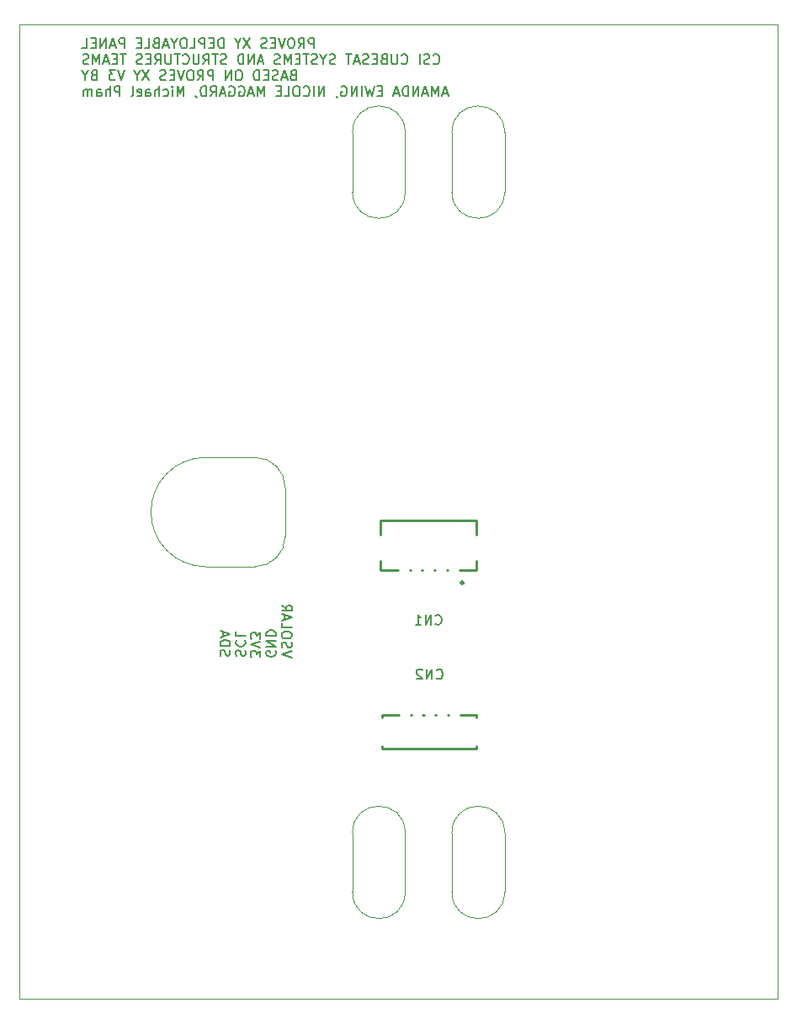
<source format=gbr>
%TF.GenerationSoftware,KiCad,Pcbnew,9.0.0*%
%TF.CreationDate,2025-05-06T20:13:05-04:00*%
%TF.ProjectId,xy_faces_CUpayload_v2,78795f66-6163-4657-935f-43557061796c,3.0*%
%TF.SameCoordinates,Original*%
%TF.FileFunction,Legend,Bot*%
%TF.FilePolarity,Positive*%
%FSLAX46Y46*%
G04 Gerber Fmt 4.6, Leading zero omitted, Abs format (unit mm)*
G04 Created by KiCad (PCBNEW 9.0.0) date 2025-05-06 20:13:05*
%MOMM*%
%LPD*%
G01*
G04 APERTURE LIST*
%ADD10C,0.150000*%
%ADD11C,0.250000*%
%TA.AperFunction,Profile*%
%ADD12C,0.050000*%
%TD*%
%TA.AperFunction,Profile*%
%ADD13C,0.100000*%
%TD*%
G04 APERTURE END LIST*
D10*
X130735180Y-129386666D02*
X129735180Y-129053333D01*
X129735180Y-129053333D02*
X130735180Y-128720000D01*
X129782800Y-128434285D02*
X129735180Y-128291428D01*
X129735180Y-128291428D02*
X129735180Y-128053333D01*
X129735180Y-128053333D02*
X129782800Y-127958095D01*
X129782800Y-127958095D02*
X129830419Y-127910476D01*
X129830419Y-127910476D02*
X129925657Y-127862857D01*
X129925657Y-127862857D02*
X130020895Y-127862857D01*
X130020895Y-127862857D02*
X130116133Y-127910476D01*
X130116133Y-127910476D02*
X130163752Y-127958095D01*
X130163752Y-127958095D02*
X130211371Y-128053333D01*
X130211371Y-128053333D02*
X130258990Y-128243809D01*
X130258990Y-128243809D02*
X130306609Y-128339047D01*
X130306609Y-128339047D02*
X130354228Y-128386666D01*
X130354228Y-128386666D02*
X130449466Y-128434285D01*
X130449466Y-128434285D02*
X130544704Y-128434285D01*
X130544704Y-128434285D02*
X130639942Y-128386666D01*
X130639942Y-128386666D02*
X130687561Y-128339047D01*
X130687561Y-128339047D02*
X130735180Y-128243809D01*
X130735180Y-128243809D02*
X130735180Y-128005714D01*
X130735180Y-128005714D02*
X130687561Y-127862857D01*
X130735180Y-127243809D02*
X130735180Y-127053333D01*
X130735180Y-127053333D02*
X130687561Y-126958095D01*
X130687561Y-126958095D02*
X130592323Y-126862857D01*
X130592323Y-126862857D02*
X130401847Y-126815238D01*
X130401847Y-126815238D02*
X130068514Y-126815238D01*
X130068514Y-126815238D02*
X129878038Y-126862857D01*
X129878038Y-126862857D02*
X129782800Y-126958095D01*
X129782800Y-126958095D02*
X129735180Y-127053333D01*
X129735180Y-127053333D02*
X129735180Y-127243809D01*
X129735180Y-127243809D02*
X129782800Y-127339047D01*
X129782800Y-127339047D02*
X129878038Y-127434285D01*
X129878038Y-127434285D02*
X130068514Y-127481904D01*
X130068514Y-127481904D02*
X130401847Y-127481904D01*
X130401847Y-127481904D02*
X130592323Y-127434285D01*
X130592323Y-127434285D02*
X130687561Y-127339047D01*
X130687561Y-127339047D02*
X130735180Y-127243809D01*
X129735180Y-125910476D02*
X129735180Y-126386666D01*
X129735180Y-126386666D02*
X130735180Y-126386666D01*
X130020895Y-125624761D02*
X130020895Y-125148571D01*
X129735180Y-125719999D02*
X130735180Y-125386666D01*
X130735180Y-125386666D02*
X129735180Y-125053333D01*
X129735180Y-124148571D02*
X130211371Y-124481904D01*
X129735180Y-124719999D02*
X130735180Y-124719999D01*
X130735180Y-124719999D02*
X130735180Y-124339047D01*
X130735180Y-124339047D02*
X130687561Y-124243809D01*
X130687561Y-124243809D02*
X130639942Y-124196190D01*
X130639942Y-124196190D02*
X130544704Y-124148571D01*
X130544704Y-124148571D02*
X130401847Y-124148571D01*
X130401847Y-124148571D02*
X130306609Y-124196190D01*
X130306609Y-124196190D02*
X130258990Y-124243809D01*
X130258990Y-124243809D02*
X130211371Y-124339047D01*
X130211371Y-124339047D02*
X130211371Y-124719999D01*
X132977257Y-68139903D02*
X132977257Y-67139903D01*
X132977257Y-67139903D02*
X132596305Y-67139903D01*
X132596305Y-67139903D02*
X132501067Y-67187522D01*
X132501067Y-67187522D02*
X132453448Y-67235141D01*
X132453448Y-67235141D02*
X132405829Y-67330379D01*
X132405829Y-67330379D02*
X132405829Y-67473236D01*
X132405829Y-67473236D02*
X132453448Y-67568474D01*
X132453448Y-67568474D02*
X132501067Y-67616093D01*
X132501067Y-67616093D02*
X132596305Y-67663712D01*
X132596305Y-67663712D02*
X132977257Y-67663712D01*
X131405829Y-68139903D02*
X131739162Y-67663712D01*
X131977257Y-68139903D02*
X131977257Y-67139903D01*
X131977257Y-67139903D02*
X131596305Y-67139903D01*
X131596305Y-67139903D02*
X131501067Y-67187522D01*
X131501067Y-67187522D02*
X131453448Y-67235141D01*
X131453448Y-67235141D02*
X131405829Y-67330379D01*
X131405829Y-67330379D02*
X131405829Y-67473236D01*
X131405829Y-67473236D02*
X131453448Y-67568474D01*
X131453448Y-67568474D02*
X131501067Y-67616093D01*
X131501067Y-67616093D02*
X131596305Y-67663712D01*
X131596305Y-67663712D02*
X131977257Y-67663712D01*
X130786781Y-67139903D02*
X130596305Y-67139903D01*
X130596305Y-67139903D02*
X130501067Y-67187522D01*
X130501067Y-67187522D02*
X130405829Y-67282760D01*
X130405829Y-67282760D02*
X130358210Y-67473236D01*
X130358210Y-67473236D02*
X130358210Y-67806569D01*
X130358210Y-67806569D02*
X130405829Y-67997045D01*
X130405829Y-67997045D02*
X130501067Y-68092284D01*
X130501067Y-68092284D02*
X130596305Y-68139903D01*
X130596305Y-68139903D02*
X130786781Y-68139903D01*
X130786781Y-68139903D02*
X130882019Y-68092284D01*
X130882019Y-68092284D02*
X130977257Y-67997045D01*
X130977257Y-67997045D02*
X131024876Y-67806569D01*
X131024876Y-67806569D02*
X131024876Y-67473236D01*
X131024876Y-67473236D02*
X130977257Y-67282760D01*
X130977257Y-67282760D02*
X130882019Y-67187522D01*
X130882019Y-67187522D02*
X130786781Y-67139903D01*
X130072495Y-67139903D02*
X129739162Y-68139903D01*
X129739162Y-68139903D02*
X129405829Y-67139903D01*
X129072495Y-67616093D02*
X128739162Y-67616093D01*
X128596305Y-68139903D02*
X129072495Y-68139903D01*
X129072495Y-68139903D02*
X129072495Y-67139903D01*
X129072495Y-67139903D02*
X128596305Y-67139903D01*
X128215352Y-68092284D02*
X128072495Y-68139903D01*
X128072495Y-68139903D02*
X127834400Y-68139903D01*
X127834400Y-68139903D02*
X127739162Y-68092284D01*
X127739162Y-68092284D02*
X127691543Y-68044664D01*
X127691543Y-68044664D02*
X127643924Y-67949426D01*
X127643924Y-67949426D02*
X127643924Y-67854188D01*
X127643924Y-67854188D02*
X127691543Y-67758950D01*
X127691543Y-67758950D02*
X127739162Y-67711331D01*
X127739162Y-67711331D02*
X127834400Y-67663712D01*
X127834400Y-67663712D02*
X128024876Y-67616093D01*
X128024876Y-67616093D02*
X128120114Y-67568474D01*
X128120114Y-67568474D02*
X128167733Y-67520855D01*
X128167733Y-67520855D02*
X128215352Y-67425617D01*
X128215352Y-67425617D02*
X128215352Y-67330379D01*
X128215352Y-67330379D02*
X128167733Y-67235141D01*
X128167733Y-67235141D02*
X128120114Y-67187522D01*
X128120114Y-67187522D02*
X128024876Y-67139903D01*
X128024876Y-67139903D02*
X127786781Y-67139903D01*
X127786781Y-67139903D02*
X127643924Y-67187522D01*
X126548685Y-67139903D02*
X125882019Y-68139903D01*
X125882019Y-67139903D02*
X126548685Y-68139903D01*
X125310590Y-67663712D02*
X125310590Y-68139903D01*
X125643923Y-67139903D02*
X125310590Y-67663712D01*
X125310590Y-67663712D02*
X124977257Y-67139903D01*
X123882018Y-68139903D02*
X123882018Y-67139903D01*
X123882018Y-67139903D02*
X123643923Y-67139903D01*
X123643923Y-67139903D02*
X123501066Y-67187522D01*
X123501066Y-67187522D02*
X123405828Y-67282760D01*
X123405828Y-67282760D02*
X123358209Y-67377998D01*
X123358209Y-67377998D02*
X123310590Y-67568474D01*
X123310590Y-67568474D02*
X123310590Y-67711331D01*
X123310590Y-67711331D02*
X123358209Y-67901807D01*
X123358209Y-67901807D02*
X123405828Y-67997045D01*
X123405828Y-67997045D02*
X123501066Y-68092284D01*
X123501066Y-68092284D02*
X123643923Y-68139903D01*
X123643923Y-68139903D02*
X123882018Y-68139903D01*
X122882018Y-67616093D02*
X122548685Y-67616093D01*
X122405828Y-68139903D02*
X122882018Y-68139903D01*
X122882018Y-68139903D02*
X122882018Y-67139903D01*
X122882018Y-67139903D02*
X122405828Y-67139903D01*
X121977256Y-68139903D02*
X121977256Y-67139903D01*
X121977256Y-67139903D02*
X121596304Y-67139903D01*
X121596304Y-67139903D02*
X121501066Y-67187522D01*
X121501066Y-67187522D02*
X121453447Y-67235141D01*
X121453447Y-67235141D02*
X121405828Y-67330379D01*
X121405828Y-67330379D02*
X121405828Y-67473236D01*
X121405828Y-67473236D02*
X121453447Y-67568474D01*
X121453447Y-67568474D02*
X121501066Y-67616093D01*
X121501066Y-67616093D02*
X121596304Y-67663712D01*
X121596304Y-67663712D02*
X121977256Y-67663712D01*
X120501066Y-68139903D02*
X120977256Y-68139903D01*
X120977256Y-68139903D02*
X120977256Y-67139903D01*
X119977256Y-67139903D02*
X119786780Y-67139903D01*
X119786780Y-67139903D02*
X119691542Y-67187522D01*
X119691542Y-67187522D02*
X119596304Y-67282760D01*
X119596304Y-67282760D02*
X119548685Y-67473236D01*
X119548685Y-67473236D02*
X119548685Y-67806569D01*
X119548685Y-67806569D02*
X119596304Y-67997045D01*
X119596304Y-67997045D02*
X119691542Y-68092284D01*
X119691542Y-68092284D02*
X119786780Y-68139903D01*
X119786780Y-68139903D02*
X119977256Y-68139903D01*
X119977256Y-68139903D02*
X120072494Y-68092284D01*
X120072494Y-68092284D02*
X120167732Y-67997045D01*
X120167732Y-67997045D02*
X120215351Y-67806569D01*
X120215351Y-67806569D02*
X120215351Y-67473236D01*
X120215351Y-67473236D02*
X120167732Y-67282760D01*
X120167732Y-67282760D02*
X120072494Y-67187522D01*
X120072494Y-67187522D02*
X119977256Y-67139903D01*
X118929637Y-67663712D02*
X118929637Y-68139903D01*
X119262970Y-67139903D02*
X118929637Y-67663712D01*
X118929637Y-67663712D02*
X118596304Y-67139903D01*
X118310589Y-67854188D02*
X117834399Y-67854188D01*
X118405827Y-68139903D02*
X118072494Y-67139903D01*
X118072494Y-67139903D02*
X117739161Y-68139903D01*
X117072494Y-67616093D02*
X116929637Y-67663712D01*
X116929637Y-67663712D02*
X116882018Y-67711331D01*
X116882018Y-67711331D02*
X116834399Y-67806569D01*
X116834399Y-67806569D02*
X116834399Y-67949426D01*
X116834399Y-67949426D02*
X116882018Y-68044664D01*
X116882018Y-68044664D02*
X116929637Y-68092284D01*
X116929637Y-68092284D02*
X117024875Y-68139903D01*
X117024875Y-68139903D02*
X117405827Y-68139903D01*
X117405827Y-68139903D02*
X117405827Y-67139903D01*
X117405827Y-67139903D02*
X117072494Y-67139903D01*
X117072494Y-67139903D02*
X116977256Y-67187522D01*
X116977256Y-67187522D02*
X116929637Y-67235141D01*
X116929637Y-67235141D02*
X116882018Y-67330379D01*
X116882018Y-67330379D02*
X116882018Y-67425617D01*
X116882018Y-67425617D02*
X116929637Y-67520855D01*
X116929637Y-67520855D02*
X116977256Y-67568474D01*
X116977256Y-67568474D02*
X117072494Y-67616093D01*
X117072494Y-67616093D02*
X117405827Y-67616093D01*
X115929637Y-68139903D02*
X116405827Y-68139903D01*
X116405827Y-68139903D02*
X116405827Y-67139903D01*
X115596303Y-67616093D02*
X115262970Y-67616093D01*
X115120113Y-68139903D02*
X115596303Y-68139903D01*
X115596303Y-68139903D02*
X115596303Y-67139903D01*
X115596303Y-67139903D02*
X115120113Y-67139903D01*
X113929636Y-68139903D02*
X113929636Y-67139903D01*
X113929636Y-67139903D02*
X113548684Y-67139903D01*
X113548684Y-67139903D02*
X113453446Y-67187522D01*
X113453446Y-67187522D02*
X113405827Y-67235141D01*
X113405827Y-67235141D02*
X113358208Y-67330379D01*
X113358208Y-67330379D02*
X113358208Y-67473236D01*
X113358208Y-67473236D02*
X113405827Y-67568474D01*
X113405827Y-67568474D02*
X113453446Y-67616093D01*
X113453446Y-67616093D02*
X113548684Y-67663712D01*
X113548684Y-67663712D02*
X113929636Y-67663712D01*
X112977255Y-67854188D02*
X112501065Y-67854188D01*
X113072493Y-68139903D02*
X112739160Y-67139903D01*
X112739160Y-67139903D02*
X112405827Y-68139903D01*
X112072493Y-68139903D02*
X112072493Y-67139903D01*
X112072493Y-67139903D02*
X111501065Y-68139903D01*
X111501065Y-68139903D02*
X111501065Y-67139903D01*
X111024874Y-67616093D02*
X110691541Y-67616093D01*
X110548684Y-68139903D02*
X111024874Y-68139903D01*
X111024874Y-68139903D02*
X111024874Y-67139903D01*
X111024874Y-67139903D02*
X110548684Y-67139903D01*
X109643922Y-68139903D02*
X110120112Y-68139903D01*
X110120112Y-68139903D02*
X110120112Y-67139903D01*
X144977258Y-69654608D02*
X145024877Y-69702228D01*
X145024877Y-69702228D02*
X145167734Y-69749847D01*
X145167734Y-69749847D02*
X145262972Y-69749847D01*
X145262972Y-69749847D02*
X145405829Y-69702228D01*
X145405829Y-69702228D02*
X145501067Y-69606989D01*
X145501067Y-69606989D02*
X145548686Y-69511751D01*
X145548686Y-69511751D02*
X145596305Y-69321275D01*
X145596305Y-69321275D02*
X145596305Y-69178418D01*
X145596305Y-69178418D02*
X145548686Y-68987942D01*
X145548686Y-68987942D02*
X145501067Y-68892704D01*
X145501067Y-68892704D02*
X145405829Y-68797466D01*
X145405829Y-68797466D02*
X145262972Y-68749847D01*
X145262972Y-68749847D02*
X145167734Y-68749847D01*
X145167734Y-68749847D02*
X145024877Y-68797466D01*
X145024877Y-68797466D02*
X144977258Y-68845085D01*
X144596305Y-69702228D02*
X144453448Y-69749847D01*
X144453448Y-69749847D02*
X144215353Y-69749847D01*
X144215353Y-69749847D02*
X144120115Y-69702228D01*
X144120115Y-69702228D02*
X144072496Y-69654608D01*
X144072496Y-69654608D02*
X144024877Y-69559370D01*
X144024877Y-69559370D02*
X144024877Y-69464132D01*
X144024877Y-69464132D02*
X144072496Y-69368894D01*
X144072496Y-69368894D02*
X144120115Y-69321275D01*
X144120115Y-69321275D02*
X144215353Y-69273656D01*
X144215353Y-69273656D02*
X144405829Y-69226037D01*
X144405829Y-69226037D02*
X144501067Y-69178418D01*
X144501067Y-69178418D02*
X144548686Y-69130799D01*
X144548686Y-69130799D02*
X144596305Y-69035561D01*
X144596305Y-69035561D02*
X144596305Y-68940323D01*
X144596305Y-68940323D02*
X144548686Y-68845085D01*
X144548686Y-68845085D02*
X144501067Y-68797466D01*
X144501067Y-68797466D02*
X144405829Y-68749847D01*
X144405829Y-68749847D02*
X144167734Y-68749847D01*
X144167734Y-68749847D02*
X144024877Y-68797466D01*
X143596305Y-69749847D02*
X143596305Y-68749847D01*
X141786782Y-69654608D02*
X141834401Y-69702228D01*
X141834401Y-69702228D02*
X141977258Y-69749847D01*
X141977258Y-69749847D02*
X142072496Y-69749847D01*
X142072496Y-69749847D02*
X142215353Y-69702228D01*
X142215353Y-69702228D02*
X142310591Y-69606989D01*
X142310591Y-69606989D02*
X142358210Y-69511751D01*
X142358210Y-69511751D02*
X142405829Y-69321275D01*
X142405829Y-69321275D02*
X142405829Y-69178418D01*
X142405829Y-69178418D02*
X142358210Y-68987942D01*
X142358210Y-68987942D02*
X142310591Y-68892704D01*
X142310591Y-68892704D02*
X142215353Y-68797466D01*
X142215353Y-68797466D02*
X142072496Y-68749847D01*
X142072496Y-68749847D02*
X141977258Y-68749847D01*
X141977258Y-68749847D02*
X141834401Y-68797466D01*
X141834401Y-68797466D02*
X141786782Y-68845085D01*
X141358210Y-68749847D02*
X141358210Y-69559370D01*
X141358210Y-69559370D02*
X141310591Y-69654608D01*
X141310591Y-69654608D02*
X141262972Y-69702228D01*
X141262972Y-69702228D02*
X141167734Y-69749847D01*
X141167734Y-69749847D02*
X140977258Y-69749847D01*
X140977258Y-69749847D02*
X140882020Y-69702228D01*
X140882020Y-69702228D02*
X140834401Y-69654608D01*
X140834401Y-69654608D02*
X140786782Y-69559370D01*
X140786782Y-69559370D02*
X140786782Y-68749847D01*
X139977258Y-69226037D02*
X139834401Y-69273656D01*
X139834401Y-69273656D02*
X139786782Y-69321275D01*
X139786782Y-69321275D02*
X139739163Y-69416513D01*
X139739163Y-69416513D02*
X139739163Y-69559370D01*
X139739163Y-69559370D02*
X139786782Y-69654608D01*
X139786782Y-69654608D02*
X139834401Y-69702228D01*
X139834401Y-69702228D02*
X139929639Y-69749847D01*
X139929639Y-69749847D02*
X140310591Y-69749847D01*
X140310591Y-69749847D02*
X140310591Y-68749847D01*
X140310591Y-68749847D02*
X139977258Y-68749847D01*
X139977258Y-68749847D02*
X139882020Y-68797466D01*
X139882020Y-68797466D02*
X139834401Y-68845085D01*
X139834401Y-68845085D02*
X139786782Y-68940323D01*
X139786782Y-68940323D02*
X139786782Y-69035561D01*
X139786782Y-69035561D02*
X139834401Y-69130799D01*
X139834401Y-69130799D02*
X139882020Y-69178418D01*
X139882020Y-69178418D02*
X139977258Y-69226037D01*
X139977258Y-69226037D02*
X140310591Y-69226037D01*
X139310591Y-69226037D02*
X138977258Y-69226037D01*
X138834401Y-69749847D02*
X139310591Y-69749847D01*
X139310591Y-69749847D02*
X139310591Y-68749847D01*
X139310591Y-68749847D02*
X138834401Y-68749847D01*
X138453448Y-69702228D02*
X138310591Y-69749847D01*
X138310591Y-69749847D02*
X138072496Y-69749847D01*
X138072496Y-69749847D02*
X137977258Y-69702228D01*
X137977258Y-69702228D02*
X137929639Y-69654608D01*
X137929639Y-69654608D02*
X137882020Y-69559370D01*
X137882020Y-69559370D02*
X137882020Y-69464132D01*
X137882020Y-69464132D02*
X137929639Y-69368894D01*
X137929639Y-69368894D02*
X137977258Y-69321275D01*
X137977258Y-69321275D02*
X138072496Y-69273656D01*
X138072496Y-69273656D02*
X138262972Y-69226037D01*
X138262972Y-69226037D02*
X138358210Y-69178418D01*
X138358210Y-69178418D02*
X138405829Y-69130799D01*
X138405829Y-69130799D02*
X138453448Y-69035561D01*
X138453448Y-69035561D02*
X138453448Y-68940323D01*
X138453448Y-68940323D02*
X138405829Y-68845085D01*
X138405829Y-68845085D02*
X138358210Y-68797466D01*
X138358210Y-68797466D02*
X138262972Y-68749847D01*
X138262972Y-68749847D02*
X138024877Y-68749847D01*
X138024877Y-68749847D02*
X137882020Y-68797466D01*
X137501067Y-69464132D02*
X137024877Y-69464132D01*
X137596305Y-69749847D02*
X137262972Y-68749847D01*
X137262972Y-68749847D02*
X136929639Y-69749847D01*
X136739162Y-68749847D02*
X136167734Y-68749847D01*
X136453448Y-69749847D02*
X136453448Y-68749847D01*
X135120114Y-69702228D02*
X134977257Y-69749847D01*
X134977257Y-69749847D02*
X134739162Y-69749847D01*
X134739162Y-69749847D02*
X134643924Y-69702228D01*
X134643924Y-69702228D02*
X134596305Y-69654608D01*
X134596305Y-69654608D02*
X134548686Y-69559370D01*
X134548686Y-69559370D02*
X134548686Y-69464132D01*
X134548686Y-69464132D02*
X134596305Y-69368894D01*
X134596305Y-69368894D02*
X134643924Y-69321275D01*
X134643924Y-69321275D02*
X134739162Y-69273656D01*
X134739162Y-69273656D02*
X134929638Y-69226037D01*
X134929638Y-69226037D02*
X135024876Y-69178418D01*
X135024876Y-69178418D02*
X135072495Y-69130799D01*
X135072495Y-69130799D02*
X135120114Y-69035561D01*
X135120114Y-69035561D02*
X135120114Y-68940323D01*
X135120114Y-68940323D02*
X135072495Y-68845085D01*
X135072495Y-68845085D02*
X135024876Y-68797466D01*
X135024876Y-68797466D02*
X134929638Y-68749847D01*
X134929638Y-68749847D02*
X134691543Y-68749847D01*
X134691543Y-68749847D02*
X134548686Y-68797466D01*
X133929638Y-69273656D02*
X133929638Y-69749847D01*
X134262971Y-68749847D02*
X133929638Y-69273656D01*
X133929638Y-69273656D02*
X133596305Y-68749847D01*
X133310590Y-69702228D02*
X133167733Y-69749847D01*
X133167733Y-69749847D02*
X132929638Y-69749847D01*
X132929638Y-69749847D02*
X132834400Y-69702228D01*
X132834400Y-69702228D02*
X132786781Y-69654608D01*
X132786781Y-69654608D02*
X132739162Y-69559370D01*
X132739162Y-69559370D02*
X132739162Y-69464132D01*
X132739162Y-69464132D02*
X132786781Y-69368894D01*
X132786781Y-69368894D02*
X132834400Y-69321275D01*
X132834400Y-69321275D02*
X132929638Y-69273656D01*
X132929638Y-69273656D02*
X133120114Y-69226037D01*
X133120114Y-69226037D02*
X133215352Y-69178418D01*
X133215352Y-69178418D02*
X133262971Y-69130799D01*
X133262971Y-69130799D02*
X133310590Y-69035561D01*
X133310590Y-69035561D02*
X133310590Y-68940323D01*
X133310590Y-68940323D02*
X133262971Y-68845085D01*
X133262971Y-68845085D02*
X133215352Y-68797466D01*
X133215352Y-68797466D02*
X133120114Y-68749847D01*
X133120114Y-68749847D02*
X132882019Y-68749847D01*
X132882019Y-68749847D02*
X132739162Y-68797466D01*
X132453447Y-68749847D02*
X131882019Y-68749847D01*
X132167733Y-69749847D02*
X132167733Y-68749847D01*
X131548685Y-69226037D02*
X131215352Y-69226037D01*
X131072495Y-69749847D02*
X131548685Y-69749847D01*
X131548685Y-69749847D02*
X131548685Y-68749847D01*
X131548685Y-68749847D02*
X131072495Y-68749847D01*
X130643923Y-69749847D02*
X130643923Y-68749847D01*
X130643923Y-68749847D02*
X130310590Y-69464132D01*
X130310590Y-69464132D02*
X129977257Y-68749847D01*
X129977257Y-68749847D02*
X129977257Y-69749847D01*
X129548685Y-69702228D02*
X129405828Y-69749847D01*
X129405828Y-69749847D02*
X129167733Y-69749847D01*
X129167733Y-69749847D02*
X129072495Y-69702228D01*
X129072495Y-69702228D02*
X129024876Y-69654608D01*
X129024876Y-69654608D02*
X128977257Y-69559370D01*
X128977257Y-69559370D02*
X128977257Y-69464132D01*
X128977257Y-69464132D02*
X129024876Y-69368894D01*
X129024876Y-69368894D02*
X129072495Y-69321275D01*
X129072495Y-69321275D02*
X129167733Y-69273656D01*
X129167733Y-69273656D02*
X129358209Y-69226037D01*
X129358209Y-69226037D02*
X129453447Y-69178418D01*
X129453447Y-69178418D02*
X129501066Y-69130799D01*
X129501066Y-69130799D02*
X129548685Y-69035561D01*
X129548685Y-69035561D02*
X129548685Y-68940323D01*
X129548685Y-68940323D02*
X129501066Y-68845085D01*
X129501066Y-68845085D02*
X129453447Y-68797466D01*
X129453447Y-68797466D02*
X129358209Y-68749847D01*
X129358209Y-68749847D02*
X129120114Y-68749847D01*
X129120114Y-68749847D02*
X128977257Y-68797466D01*
X127834399Y-69464132D02*
X127358209Y-69464132D01*
X127929637Y-69749847D02*
X127596304Y-68749847D01*
X127596304Y-68749847D02*
X127262971Y-69749847D01*
X126929637Y-69749847D02*
X126929637Y-68749847D01*
X126929637Y-68749847D02*
X126358209Y-69749847D01*
X126358209Y-69749847D02*
X126358209Y-68749847D01*
X125882018Y-69749847D02*
X125882018Y-68749847D01*
X125882018Y-68749847D02*
X125643923Y-68749847D01*
X125643923Y-68749847D02*
X125501066Y-68797466D01*
X125501066Y-68797466D02*
X125405828Y-68892704D01*
X125405828Y-68892704D02*
X125358209Y-68987942D01*
X125358209Y-68987942D02*
X125310590Y-69178418D01*
X125310590Y-69178418D02*
X125310590Y-69321275D01*
X125310590Y-69321275D02*
X125358209Y-69511751D01*
X125358209Y-69511751D02*
X125405828Y-69606989D01*
X125405828Y-69606989D02*
X125501066Y-69702228D01*
X125501066Y-69702228D02*
X125643923Y-69749847D01*
X125643923Y-69749847D02*
X125882018Y-69749847D01*
X124167732Y-69702228D02*
X124024875Y-69749847D01*
X124024875Y-69749847D02*
X123786780Y-69749847D01*
X123786780Y-69749847D02*
X123691542Y-69702228D01*
X123691542Y-69702228D02*
X123643923Y-69654608D01*
X123643923Y-69654608D02*
X123596304Y-69559370D01*
X123596304Y-69559370D02*
X123596304Y-69464132D01*
X123596304Y-69464132D02*
X123643923Y-69368894D01*
X123643923Y-69368894D02*
X123691542Y-69321275D01*
X123691542Y-69321275D02*
X123786780Y-69273656D01*
X123786780Y-69273656D02*
X123977256Y-69226037D01*
X123977256Y-69226037D02*
X124072494Y-69178418D01*
X124072494Y-69178418D02*
X124120113Y-69130799D01*
X124120113Y-69130799D02*
X124167732Y-69035561D01*
X124167732Y-69035561D02*
X124167732Y-68940323D01*
X124167732Y-68940323D02*
X124120113Y-68845085D01*
X124120113Y-68845085D02*
X124072494Y-68797466D01*
X124072494Y-68797466D02*
X123977256Y-68749847D01*
X123977256Y-68749847D02*
X123739161Y-68749847D01*
X123739161Y-68749847D02*
X123596304Y-68797466D01*
X123310589Y-68749847D02*
X122739161Y-68749847D01*
X123024875Y-69749847D02*
X123024875Y-68749847D01*
X121834399Y-69749847D02*
X122167732Y-69273656D01*
X122405827Y-69749847D02*
X122405827Y-68749847D01*
X122405827Y-68749847D02*
X122024875Y-68749847D01*
X122024875Y-68749847D02*
X121929637Y-68797466D01*
X121929637Y-68797466D02*
X121882018Y-68845085D01*
X121882018Y-68845085D02*
X121834399Y-68940323D01*
X121834399Y-68940323D02*
X121834399Y-69083180D01*
X121834399Y-69083180D02*
X121882018Y-69178418D01*
X121882018Y-69178418D02*
X121929637Y-69226037D01*
X121929637Y-69226037D02*
X122024875Y-69273656D01*
X122024875Y-69273656D02*
X122405827Y-69273656D01*
X121405827Y-68749847D02*
X121405827Y-69559370D01*
X121405827Y-69559370D02*
X121358208Y-69654608D01*
X121358208Y-69654608D02*
X121310589Y-69702228D01*
X121310589Y-69702228D02*
X121215351Y-69749847D01*
X121215351Y-69749847D02*
X121024875Y-69749847D01*
X121024875Y-69749847D02*
X120929637Y-69702228D01*
X120929637Y-69702228D02*
X120882018Y-69654608D01*
X120882018Y-69654608D02*
X120834399Y-69559370D01*
X120834399Y-69559370D02*
X120834399Y-68749847D01*
X119786780Y-69654608D02*
X119834399Y-69702228D01*
X119834399Y-69702228D02*
X119977256Y-69749847D01*
X119977256Y-69749847D02*
X120072494Y-69749847D01*
X120072494Y-69749847D02*
X120215351Y-69702228D01*
X120215351Y-69702228D02*
X120310589Y-69606989D01*
X120310589Y-69606989D02*
X120358208Y-69511751D01*
X120358208Y-69511751D02*
X120405827Y-69321275D01*
X120405827Y-69321275D02*
X120405827Y-69178418D01*
X120405827Y-69178418D02*
X120358208Y-68987942D01*
X120358208Y-68987942D02*
X120310589Y-68892704D01*
X120310589Y-68892704D02*
X120215351Y-68797466D01*
X120215351Y-68797466D02*
X120072494Y-68749847D01*
X120072494Y-68749847D02*
X119977256Y-68749847D01*
X119977256Y-68749847D02*
X119834399Y-68797466D01*
X119834399Y-68797466D02*
X119786780Y-68845085D01*
X119501065Y-68749847D02*
X118929637Y-68749847D01*
X119215351Y-69749847D02*
X119215351Y-68749847D01*
X118596303Y-68749847D02*
X118596303Y-69559370D01*
X118596303Y-69559370D02*
X118548684Y-69654608D01*
X118548684Y-69654608D02*
X118501065Y-69702228D01*
X118501065Y-69702228D02*
X118405827Y-69749847D01*
X118405827Y-69749847D02*
X118215351Y-69749847D01*
X118215351Y-69749847D02*
X118120113Y-69702228D01*
X118120113Y-69702228D02*
X118072494Y-69654608D01*
X118072494Y-69654608D02*
X118024875Y-69559370D01*
X118024875Y-69559370D02*
X118024875Y-68749847D01*
X116977256Y-69749847D02*
X117310589Y-69273656D01*
X117548684Y-69749847D02*
X117548684Y-68749847D01*
X117548684Y-68749847D02*
X117167732Y-68749847D01*
X117167732Y-68749847D02*
X117072494Y-68797466D01*
X117072494Y-68797466D02*
X117024875Y-68845085D01*
X117024875Y-68845085D02*
X116977256Y-68940323D01*
X116977256Y-68940323D02*
X116977256Y-69083180D01*
X116977256Y-69083180D02*
X117024875Y-69178418D01*
X117024875Y-69178418D02*
X117072494Y-69226037D01*
X117072494Y-69226037D02*
X117167732Y-69273656D01*
X117167732Y-69273656D02*
X117548684Y-69273656D01*
X116548684Y-69226037D02*
X116215351Y-69226037D01*
X116072494Y-69749847D02*
X116548684Y-69749847D01*
X116548684Y-69749847D02*
X116548684Y-68749847D01*
X116548684Y-68749847D02*
X116072494Y-68749847D01*
X115691541Y-69702228D02*
X115548684Y-69749847D01*
X115548684Y-69749847D02*
X115310589Y-69749847D01*
X115310589Y-69749847D02*
X115215351Y-69702228D01*
X115215351Y-69702228D02*
X115167732Y-69654608D01*
X115167732Y-69654608D02*
X115120113Y-69559370D01*
X115120113Y-69559370D02*
X115120113Y-69464132D01*
X115120113Y-69464132D02*
X115167732Y-69368894D01*
X115167732Y-69368894D02*
X115215351Y-69321275D01*
X115215351Y-69321275D02*
X115310589Y-69273656D01*
X115310589Y-69273656D02*
X115501065Y-69226037D01*
X115501065Y-69226037D02*
X115596303Y-69178418D01*
X115596303Y-69178418D02*
X115643922Y-69130799D01*
X115643922Y-69130799D02*
X115691541Y-69035561D01*
X115691541Y-69035561D02*
X115691541Y-68940323D01*
X115691541Y-68940323D02*
X115643922Y-68845085D01*
X115643922Y-68845085D02*
X115596303Y-68797466D01*
X115596303Y-68797466D02*
X115501065Y-68749847D01*
X115501065Y-68749847D02*
X115262970Y-68749847D01*
X115262970Y-68749847D02*
X115120113Y-68797466D01*
X114072493Y-68749847D02*
X113501065Y-68749847D01*
X113786779Y-69749847D02*
X113786779Y-68749847D01*
X113167731Y-69226037D02*
X112834398Y-69226037D01*
X112691541Y-69749847D02*
X113167731Y-69749847D01*
X113167731Y-69749847D02*
X113167731Y-68749847D01*
X113167731Y-68749847D02*
X112691541Y-68749847D01*
X112310588Y-69464132D02*
X111834398Y-69464132D01*
X112405826Y-69749847D02*
X112072493Y-68749847D01*
X112072493Y-68749847D02*
X111739160Y-69749847D01*
X111405826Y-69749847D02*
X111405826Y-68749847D01*
X111405826Y-68749847D02*
X111072493Y-69464132D01*
X111072493Y-69464132D02*
X110739160Y-68749847D01*
X110739160Y-68749847D02*
X110739160Y-69749847D01*
X110310588Y-69702228D02*
X110167731Y-69749847D01*
X110167731Y-69749847D02*
X109929636Y-69749847D01*
X109929636Y-69749847D02*
X109834398Y-69702228D01*
X109834398Y-69702228D02*
X109786779Y-69654608D01*
X109786779Y-69654608D02*
X109739160Y-69559370D01*
X109739160Y-69559370D02*
X109739160Y-69464132D01*
X109739160Y-69464132D02*
X109786779Y-69368894D01*
X109786779Y-69368894D02*
X109834398Y-69321275D01*
X109834398Y-69321275D02*
X109929636Y-69273656D01*
X109929636Y-69273656D02*
X110120112Y-69226037D01*
X110120112Y-69226037D02*
X110215350Y-69178418D01*
X110215350Y-69178418D02*
X110262969Y-69130799D01*
X110262969Y-69130799D02*
X110310588Y-69035561D01*
X110310588Y-69035561D02*
X110310588Y-68940323D01*
X110310588Y-68940323D02*
X110262969Y-68845085D01*
X110262969Y-68845085D02*
X110215350Y-68797466D01*
X110215350Y-68797466D02*
X110120112Y-68749847D01*
X110120112Y-68749847D02*
X109882017Y-68749847D01*
X109882017Y-68749847D02*
X109739160Y-68797466D01*
X130834400Y-70835981D02*
X130691543Y-70883600D01*
X130691543Y-70883600D02*
X130643924Y-70931219D01*
X130643924Y-70931219D02*
X130596305Y-71026457D01*
X130596305Y-71026457D02*
X130596305Y-71169314D01*
X130596305Y-71169314D02*
X130643924Y-71264552D01*
X130643924Y-71264552D02*
X130691543Y-71312172D01*
X130691543Y-71312172D02*
X130786781Y-71359791D01*
X130786781Y-71359791D02*
X131167733Y-71359791D01*
X131167733Y-71359791D02*
X131167733Y-70359791D01*
X131167733Y-70359791D02*
X130834400Y-70359791D01*
X130834400Y-70359791D02*
X130739162Y-70407410D01*
X130739162Y-70407410D02*
X130691543Y-70455029D01*
X130691543Y-70455029D02*
X130643924Y-70550267D01*
X130643924Y-70550267D02*
X130643924Y-70645505D01*
X130643924Y-70645505D02*
X130691543Y-70740743D01*
X130691543Y-70740743D02*
X130739162Y-70788362D01*
X130739162Y-70788362D02*
X130834400Y-70835981D01*
X130834400Y-70835981D02*
X131167733Y-70835981D01*
X130215352Y-71074076D02*
X129739162Y-71074076D01*
X130310590Y-71359791D02*
X129977257Y-70359791D01*
X129977257Y-70359791D02*
X129643924Y-71359791D01*
X129358209Y-71312172D02*
X129215352Y-71359791D01*
X129215352Y-71359791D02*
X128977257Y-71359791D01*
X128977257Y-71359791D02*
X128882019Y-71312172D01*
X128882019Y-71312172D02*
X128834400Y-71264552D01*
X128834400Y-71264552D02*
X128786781Y-71169314D01*
X128786781Y-71169314D02*
X128786781Y-71074076D01*
X128786781Y-71074076D02*
X128834400Y-70978838D01*
X128834400Y-70978838D02*
X128882019Y-70931219D01*
X128882019Y-70931219D02*
X128977257Y-70883600D01*
X128977257Y-70883600D02*
X129167733Y-70835981D01*
X129167733Y-70835981D02*
X129262971Y-70788362D01*
X129262971Y-70788362D02*
X129310590Y-70740743D01*
X129310590Y-70740743D02*
X129358209Y-70645505D01*
X129358209Y-70645505D02*
X129358209Y-70550267D01*
X129358209Y-70550267D02*
X129310590Y-70455029D01*
X129310590Y-70455029D02*
X129262971Y-70407410D01*
X129262971Y-70407410D02*
X129167733Y-70359791D01*
X129167733Y-70359791D02*
X128929638Y-70359791D01*
X128929638Y-70359791D02*
X128786781Y-70407410D01*
X128358209Y-70835981D02*
X128024876Y-70835981D01*
X127882019Y-71359791D02*
X128358209Y-71359791D01*
X128358209Y-71359791D02*
X128358209Y-70359791D01*
X128358209Y-70359791D02*
X127882019Y-70359791D01*
X127453447Y-71359791D02*
X127453447Y-70359791D01*
X127453447Y-70359791D02*
X127215352Y-70359791D01*
X127215352Y-70359791D02*
X127072495Y-70407410D01*
X127072495Y-70407410D02*
X126977257Y-70502648D01*
X126977257Y-70502648D02*
X126929638Y-70597886D01*
X126929638Y-70597886D02*
X126882019Y-70788362D01*
X126882019Y-70788362D02*
X126882019Y-70931219D01*
X126882019Y-70931219D02*
X126929638Y-71121695D01*
X126929638Y-71121695D02*
X126977257Y-71216933D01*
X126977257Y-71216933D02*
X127072495Y-71312172D01*
X127072495Y-71312172D02*
X127215352Y-71359791D01*
X127215352Y-71359791D02*
X127453447Y-71359791D01*
X125501066Y-70359791D02*
X125310590Y-70359791D01*
X125310590Y-70359791D02*
X125215352Y-70407410D01*
X125215352Y-70407410D02*
X125120114Y-70502648D01*
X125120114Y-70502648D02*
X125072495Y-70693124D01*
X125072495Y-70693124D02*
X125072495Y-71026457D01*
X125072495Y-71026457D02*
X125120114Y-71216933D01*
X125120114Y-71216933D02*
X125215352Y-71312172D01*
X125215352Y-71312172D02*
X125310590Y-71359791D01*
X125310590Y-71359791D02*
X125501066Y-71359791D01*
X125501066Y-71359791D02*
X125596304Y-71312172D01*
X125596304Y-71312172D02*
X125691542Y-71216933D01*
X125691542Y-71216933D02*
X125739161Y-71026457D01*
X125739161Y-71026457D02*
X125739161Y-70693124D01*
X125739161Y-70693124D02*
X125691542Y-70502648D01*
X125691542Y-70502648D02*
X125596304Y-70407410D01*
X125596304Y-70407410D02*
X125501066Y-70359791D01*
X124643923Y-71359791D02*
X124643923Y-70359791D01*
X124643923Y-70359791D02*
X124072495Y-71359791D01*
X124072495Y-71359791D02*
X124072495Y-70359791D01*
X122834399Y-71359791D02*
X122834399Y-70359791D01*
X122834399Y-70359791D02*
X122453447Y-70359791D01*
X122453447Y-70359791D02*
X122358209Y-70407410D01*
X122358209Y-70407410D02*
X122310590Y-70455029D01*
X122310590Y-70455029D02*
X122262971Y-70550267D01*
X122262971Y-70550267D02*
X122262971Y-70693124D01*
X122262971Y-70693124D02*
X122310590Y-70788362D01*
X122310590Y-70788362D02*
X122358209Y-70835981D01*
X122358209Y-70835981D02*
X122453447Y-70883600D01*
X122453447Y-70883600D02*
X122834399Y-70883600D01*
X121262971Y-71359791D02*
X121596304Y-70883600D01*
X121834399Y-71359791D02*
X121834399Y-70359791D01*
X121834399Y-70359791D02*
X121453447Y-70359791D01*
X121453447Y-70359791D02*
X121358209Y-70407410D01*
X121358209Y-70407410D02*
X121310590Y-70455029D01*
X121310590Y-70455029D02*
X121262971Y-70550267D01*
X121262971Y-70550267D02*
X121262971Y-70693124D01*
X121262971Y-70693124D02*
X121310590Y-70788362D01*
X121310590Y-70788362D02*
X121358209Y-70835981D01*
X121358209Y-70835981D02*
X121453447Y-70883600D01*
X121453447Y-70883600D02*
X121834399Y-70883600D01*
X120643923Y-70359791D02*
X120453447Y-70359791D01*
X120453447Y-70359791D02*
X120358209Y-70407410D01*
X120358209Y-70407410D02*
X120262971Y-70502648D01*
X120262971Y-70502648D02*
X120215352Y-70693124D01*
X120215352Y-70693124D02*
X120215352Y-71026457D01*
X120215352Y-71026457D02*
X120262971Y-71216933D01*
X120262971Y-71216933D02*
X120358209Y-71312172D01*
X120358209Y-71312172D02*
X120453447Y-71359791D01*
X120453447Y-71359791D02*
X120643923Y-71359791D01*
X120643923Y-71359791D02*
X120739161Y-71312172D01*
X120739161Y-71312172D02*
X120834399Y-71216933D01*
X120834399Y-71216933D02*
X120882018Y-71026457D01*
X120882018Y-71026457D02*
X120882018Y-70693124D01*
X120882018Y-70693124D02*
X120834399Y-70502648D01*
X120834399Y-70502648D02*
X120739161Y-70407410D01*
X120739161Y-70407410D02*
X120643923Y-70359791D01*
X119929637Y-70359791D02*
X119596304Y-71359791D01*
X119596304Y-71359791D02*
X119262971Y-70359791D01*
X118929637Y-70835981D02*
X118596304Y-70835981D01*
X118453447Y-71359791D02*
X118929637Y-71359791D01*
X118929637Y-71359791D02*
X118929637Y-70359791D01*
X118929637Y-70359791D02*
X118453447Y-70359791D01*
X118072494Y-71312172D02*
X117929637Y-71359791D01*
X117929637Y-71359791D02*
X117691542Y-71359791D01*
X117691542Y-71359791D02*
X117596304Y-71312172D01*
X117596304Y-71312172D02*
X117548685Y-71264552D01*
X117548685Y-71264552D02*
X117501066Y-71169314D01*
X117501066Y-71169314D02*
X117501066Y-71074076D01*
X117501066Y-71074076D02*
X117548685Y-70978838D01*
X117548685Y-70978838D02*
X117596304Y-70931219D01*
X117596304Y-70931219D02*
X117691542Y-70883600D01*
X117691542Y-70883600D02*
X117882018Y-70835981D01*
X117882018Y-70835981D02*
X117977256Y-70788362D01*
X117977256Y-70788362D02*
X118024875Y-70740743D01*
X118024875Y-70740743D02*
X118072494Y-70645505D01*
X118072494Y-70645505D02*
X118072494Y-70550267D01*
X118072494Y-70550267D02*
X118024875Y-70455029D01*
X118024875Y-70455029D02*
X117977256Y-70407410D01*
X117977256Y-70407410D02*
X117882018Y-70359791D01*
X117882018Y-70359791D02*
X117643923Y-70359791D01*
X117643923Y-70359791D02*
X117501066Y-70407410D01*
X116405827Y-70359791D02*
X115739161Y-71359791D01*
X115739161Y-70359791D02*
X116405827Y-71359791D01*
X115167732Y-70883600D02*
X115167732Y-71359791D01*
X115501065Y-70359791D02*
X115167732Y-70883600D01*
X115167732Y-70883600D02*
X114834399Y-70359791D01*
X113882017Y-70359791D02*
X113548684Y-71359791D01*
X113548684Y-71359791D02*
X113215351Y-70359791D01*
X112977255Y-70359791D02*
X112358208Y-70359791D01*
X112358208Y-70359791D02*
X112691541Y-70740743D01*
X112691541Y-70740743D02*
X112548684Y-70740743D01*
X112548684Y-70740743D02*
X112453446Y-70788362D01*
X112453446Y-70788362D02*
X112405827Y-70835981D01*
X112405827Y-70835981D02*
X112358208Y-70931219D01*
X112358208Y-70931219D02*
X112358208Y-71169314D01*
X112358208Y-71169314D02*
X112405827Y-71264552D01*
X112405827Y-71264552D02*
X112453446Y-71312172D01*
X112453446Y-71312172D02*
X112548684Y-71359791D01*
X112548684Y-71359791D02*
X112834398Y-71359791D01*
X112834398Y-71359791D02*
X112929636Y-71312172D01*
X112929636Y-71312172D02*
X112977255Y-71264552D01*
X110834398Y-70835981D02*
X110691541Y-70883600D01*
X110691541Y-70883600D02*
X110643922Y-70931219D01*
X110643922Y-70931219D02*
X110596303Y-71026457D01*
X110596303Y-71026457D02*
X110596303Y-71169314D01*
X110596303Y-71169314D02*
X110643922Y-71264552D01*
X110643922Y-71264552D02*
X110691541Y-71312172D01*
X110691541Y-71312172D02*
X110786779Y-71359791D01*
X110786779Y-71359791D02*
X111167731Y-71359791D01*
X111167731Y-71359791D02*
X111167731Y-70359791D01*
X111167731Y-70359791D02*
X110834398Y-70359791D01*
X110834398Y-70359791D02*
X110739160Y-70407410D01*
X110739160Y-70407410D02*
X110691541Y-70455029D01*
X110691541Y-70455029D02*
X110643922Y-70550267D01*
X110643922Y-70550267D02*
X110643922Y-70645505D01*
X110643922Y-70645505D02*
X110691541Y-70740743D01*
X110691541Y-70740743D02*
X110739160Y-70788362D01*
X110739160Y-70788362D02*
X110834398Y-70835981D01*
X110834398Y-70835981D02*
X111167731Y-70835981D01*
X109977255Y-70883600D02*
X109977255Y-71359791D01*
X110310588Y-70359791D02*
X109977255Y-70883600D01*
X109977255Y-70883600D02*
X109643922Y-70359791D01*
X146405826Y-72684020D02*
X145929636Y-72684020D01*
X146501064Y-72969735D02*
X146167731Y-71969735D01*
X146167731Y-71969735D02*
X145834398Y-72969735D01*
X145501064Y-72969735D02*
X145501064Y-71969735D01*
X145501064Y-71969735D02*
X145167731Y-72684020D01*
X145167731Y-72684020D02*
X144834398Y-71969735D01*
X144834398Y-71969735D02*
X144834398Y-72969735D01*
X144405826Y-72684020D02*
X143929636Y-72684020D01*
X144501064Y-72969735D02*
X144167731Y-71969735D01*
X144167731Y-71969735D02*
X143834398Y-72969735D01*
X143501064Y-72969735D02*
X143501064Y-71969735D01*
X143501064Y-71969735D02*
X142929636Y-72969735D01*
X142929636Y-72969735D02*
X142929636Y-71969735D01*
X142453445Y-72969735D02*
X142453445Y-71969735D01*
X142453445Y-71969735D02*
X142215350Y-71969735D01*
X142215350Y-71969735D02*
X142072493Y-72017354D01*
X142072493Y-72017354D02*
X141977255Y-72112592D01*
X141977255Y-72112592D02*
X141929636Y-72207830D01*
X141929636Y-72207830D02*
X141882017Y-72398306D01*
X141882017Y-72398306D02*
X141882017Y-72541163D01*
X141882017Y-72541163D02*
X141929636Y-72731639D01*
X141929636Y-72731639D02*
X141977255Y-72826877D01*
X141977255Y-72826877D02*
X142072493Y-72922116D01*
X142072493Y-72922116D02*
X142215350Y-72969735D01*
X142215350Y-72969735D02*
X142453445Y-72969735D01*
X141501064Y-72684020D02*
X141024874Y-72684020D01*
X141596302Y-72969735D02*
X141262969Y-71969735D01*
X141262969Y-71969735D02*
X140929636Y-72969735D01*
X139834397Y-72445925D02*
X139501064Y-72445925D01*
X139358207Y-72969735D02*
X139834397Y-72969735D01*
X139834397Y-72969735D02*
X139834397Y-71969735D01*
X139834397Y-71969735D02*
X139358207Y-71969735D01*
X139024873Y-71969735D02*
X138786778Y-72969735D01*
X138786778Y-72969735D02*
X138596302Y-72255449D01*
X138596302Y-72255449D02*
X138405826Y-72969735D01*
X138405826Y-72969735D02*
X138167731Y-71969735D01*
X137786778Y-72969735D02*
X137786778Y-71969735D01*
X137310588Y-72969735D02*
X137310588Y-71969735D01*
X137310588Y-71969735D02*
X136739160Y-72969735D01*
X136739160Y-72969735D02*
X136739160Y-71969735D01*
X135739160Y-72017354D02*
X135834398Y-71969735D01*
X135834398Y-71969735D02*
X135977255Y-71969735D01*
X135977255Y-71969735D02*
X136120112Y-72017354D01*
X136120112Y-72017354D02*
X136215350Y-72112592D01*
X136215350Y-72112592D02*
X136262969Y-72207830D01*
X136262969Y-72207830D02*
X136310588Y-72398306D01*
X136310588Y-72398306D02*
X136310588Y-72541163D01*
X136310588Y-72541163D02*
X136262969Y-72731639D01*
X136262969Y-72731639D02*
X136215350Y-72826877D01*
X136215350Y-72826877D02*
X136120112Y-72922116D01*
X136120112Y-72922116D02*
X135977255Y-72969735D01*
X135977255Y-72969735D02*
X135882017Y-72969735D01*
X135882017Y-72969735D02*
X135739160Y-72922116D01*
X135739160Y-72922116D02*
X135691541Y-72874496D01*
X135691541Y-72874496D02*
X135691541Y-72541163D01*
X135691541Y-72541163D02*
X135882017Y-72541163D01*
X135215350Y-72922116D02*
X135215350Y-72969735D01*
X135215350Y-72969735D02*
X135262969Y-73064973D01*
X135262969Y-73064973D02*
X135310588Y-73112592D01*
X134024874Y-72969735D02*
X134024874Y-71969735D01*
X134024874Y-71969735D02*
X133453446Y-72969735D01*
X133453446Y-72969735D02*
X133453446Y-71969735D01*
X132977255Y-72969735D02*
X132977255Y-71969735D01*
X131929637Y-72874496D02*
X131977256Y-72922116D01*
X131977256Y-72922116D02*
X132120113Y-72969735D01*
X132120113Y-72969735D02*
X132215351Y-72969735D01*
X132215351Y-72969735D02*
X132358208Y-72922116D01*
X132358208Y-72922116D02*
X132453446Y-72826877D01*
X132453446Y-72826877D02*
X132501065Y-72731639D01*
X132501065Y-72731639D02*
X132548684Y-72541163D01*
X132548684Y-72541163D02*
X132548684Y-72398306D01*
X132548684Y-72398306D02*
X132501065Y-72207830D01*
X132501065Y-72207830D02*
X132453446Y-72112592D01*
X132453446Y-72112592D02*
X132358208Y-72017354D01*
X132358208Y-72017354D02*
X132215351Y-71969735D01*
X132215351Y-71969735D02*
X132120113Y-71969735D01*
X132120113Y-71969735D02*
X131977256Y-72017354D01*
X131977256Y-72017354D02*
X131929637Y-72064973D01*
X131310589Y-71969735D02*
X131120113Y-71969735D01*
X131120113Y-71969735D02*
X131024875Y-72017354D01*
X131024875Y-72017354D02*
X130929637Y-72112592D01*
X130929637Y-72112592D02*
X130882018Y-72303068D01*
X130882018Y-72303068D02*
X130882018Y-72636401D01*
X130882018Y-72636401D02*
X130929637Y-72826877D01*
X130929637Y-72826877D02*
X131024875Y-72922116D01*
X131024875Y-72922116D02*
X131120113Y-72969735D01*
X131120113Y-72969735D02*
X131310589Y-72969735D01*
X131310589Y-72969735D02*
X131405827Y-72922116D01*
X131405827Y-72922116D02*
X131501065Y-72826877D01*
X131501065Y-72826877D02*
X131548684Y-72636401D01*
X131548684Y-72636401D02*
X131548684Y-72303068D01*
X131548684Y-72303068D02*
X131501065Y-72112592D01*
X131501065Y-72112592D02*
X131405827Y-72017354D01*
X131405827Y-72017354D02*
X131310589Y-71969735D01*
X129977256Y-72969735D02*
X130453446Y-72969735D01*
X130453446Y-72969735D02*
X130453446Y-71969735D01*
X129643922Y-72445925D02*
X129310589Y-72445925D01*
X129167732Y-72969735D02*
X129643922Y-72969735D01*
X129643922Y-72969735D02*
X129643922Y-71969735D01*
X129643922Y-71969735D02*
X129167732Y-71969735D01*
X127977255Y-72969735D02*
X127977255Y-71969735D01*
X127977255Y-71969735D02*
X127643922Y-72684020D01*
X127643922Y-72684020D02*
X127310589Y-71969735D01*
X127310589Y-71969735D02*
X127310589Y-72969735D01*
X126882017Y-72684020D02*
X126405827Y-72684020D01*
X126977255Y-72969735D02*
X126643922Y-71969735D01*
X126643922Y-71969735D02*
X126310589Y-72969735D01*
X125453446Y-72017354D02*
X125548684Y-71969735D01*
X125548684Y-71969735D02*
X125691541Y-71969735D01*
X125691541Y-71969735D02*
X125834398Y-72017354D01*
X125834398Y-72017354D02*
X125929636Y-72112592D01*
X125929636Y-72112592D02*
X125977255Y-72207830D01*
X125977255Y-72207830D02*
X126024874Y-72398306D01*
X126024874Y-72398306D02*
X126024874Y-72541163D01*
X126024874Y-72541163D02*
X125977255Y-72731639D01*
X125977255Y-72731639D02*
X125929636Y-72826877D01*
X125929636Y-72826877D02*
X125834398Y-72922116D01*
X125834398Y-72922116D02*
X125691541Y-72969735D01*
X125691541Y-72969735D02*
X125596303Y-72969735D01*
X125596303Y-72969735D02*
X125453446Y-72922116D01*
X125453446Y-72922116D02*
X125405827Y-72874496D01*
X125405827Y-72874496D02*
X125405827Y-72541163D01*
X125405827Y-72541163D02*
X125596303Y-72541163D01*
X124453446Y-72017354D02*
X124548684Y-71969735D01*
X124548684Y-71969735D02*
X124691541Y-71969735D01*
X124691541Y-71969735D02*
X124834398Y-72017354D01*
X124834398Y-72017354D02*
X124929636Y-72112592D01*
X124929636Y-72112592D02*
X124977255Y-72207830D01*
X124977255Y-72207830D02*
X125024874Y-72398306D01*
X125024874Y-72398306D02*
X125024874Y-72541163D01*
X125024874Y-72541163D02*
X124977255Y-72731639D01*
X124977255Y-72731639D02*
X124929636Y-72826877D01*
X124929636Y-72826877D02*
X124834398Y-72922116D01*
X124834398Y-72922116D02*
X124691541Y-72969735D01*
X124691541Y-72969735D02*
X124596303Y-72969735D01*
X124596303Y-72969735D02*
X124453446Y-72922116D01*
X124453446Y-72922116D02*
X124405827Y-72874496D01*
X124405827Y-72874496D02*
X124405827Y-72541163D01*
X124405827Y-72541163D02*
X124596303Y-72541163D01*
X124024874Y-72684020D02*
X123548684Y-72684020D01*
X124120112Y-72969735D02*
X123786779Y-71969735D01*
X123786779Y-71969735D02*
X123453446Y-72969735D01*
X122548684Y-72969735D02*
X122882017Y-72493544D01*
X123120112Y-72969735D02*
X123120112Y-71969735D01*
X123120112Y-71969735D02*
X122739160Y-71969735D01*
X122739160Y-71969735D02*
X122643922Y-72017354D01*
X122643922Y-72017354D02*
X122596303Y-72064973D01*
X122596303Y-72064973D02*
X122548684Y-72160211D01*
X122548684Y-72160211D02*
X122548684Y-72303068D01*
X122548684Y-72303068D02*
X122596303Y-72398306D01*
X122596303Y-72398306D02*
X122643922Y-72445925D01*
X122643922Y-72445925D02*
X122739160Y-72493544D01*
X122739160Y-72493544D02*
X123120112Y-72493544D01*
X122120112Y-72969735D02*
X122120112Y-71969735D01*
X122120112Y-71969735D02*
X121882017Y-71969735D01*
X121882017Y-71969735D02*
X121739160Y-72017354D01*
X121739160Y-72017354D02*
X121643922Y-72112592D01*
X121643922Y-72112592D02*
X121596303Y-72207830D01*
X121596303Y-72207830D02*
X121548684Y-72398306D01*
X121548684Y-72398306D02*
X121548684Y-72541163D01*
X121548684Y-72541163D02*
X121596303Y-72731639D01*
X121596303Y-72731639D02*
X121643922Y-72826877D01*
X121643922Y-72826877D02*
X121739160Y-72922116D01*
X121739160Y-72922116D02*
X121882017Y-72969735D01*
X121882017Y-72969735D02*
X122120112Y-72969735D01*
X121072493Y-72922116D02*
X121072493Y-72969735D01*
X121072493Y-72969735D02*
X121120112Y-73064973D01*
X121120112Y-73064973D02*
X121167731Y-73112592D01*
X119882017Y-72969735D02*
X119882017Y-71969735D01*
X119882017Y-71969735D02*
X119548684Y-72684020D01*
X119548684Y-72684020D02*
X119215351Y-71969735D01*
X119215351Y-71969735D02*
X119215351Y-72969735D01*
X118739160Y-72969735D02*
X118739160Y-72303068D01*
X118739160Y-71969735D02*
X118786779Y-72017354D01*
X118786779Y-72017354D02*
X118739160Y-72064973D01*
X118739160Y-72064973D02*
X118691541Y-72017354D01*
X118691541Y-72017354D02*
X118739160Y-71969735D01*
X118739160Y-71969735D02*
X118739160Y-72064973D01*
X117834399Y-72922116D02*
X117929637Y-72969735D01*
X117929637Y-72969735D02*
X118120113Y-72969735D01*
X118120113Y-72969735D02*
X118215351Y-72922116D01*
X118215351Y-72922116D02*
X118262970Y-72874496D01*
X118262970Y-72874496D02*
X118310589Y-72779258D01*
X118310589Y-72779258D02*
X118310589Y-72493544D01*
X118310589Y-72493544D02*
X118262970Y-72398306D01*
X118262970Y-72398306D02*
X118215351Y-72350687D01*
X118215351Y-72350687D02*
X118120113Y-72303068D01*
X118120113Y-72303068D02*
X117929637Y-72303068D01*
X117929637Y-72303068D02*
X117834399Y-72350687D01*
X117405827Y-72969735D02*
X117405827Y-71969735D01*
X116977256Y-72969735D02*
X116977256Y-72445925D01*
X116977256Y-72445925D02*
X117024875Y-72350687D01*
X117024875Y-72350687D02*
X117120113Y-72303068D01*
X117120113Y-72303068D02*
X117262970Y-72303068D01*
X117262970Y-72303068D02*
X117358208Y-72350687D01*
X117358208Y-72350687D02*
X117405827Y-72398306D01*
X116072494Y-72969735D02*
X116072494Y-72445925D01*
X116072494Y-72445925D02*
X116120113Y-72350687D01*
X116120113Y-72350687D02*
X116215351Y-72303068D01*
X116215351Y-72303068D02*
X116405827Y-72303068D01*
X116405827Y-72303068D02*
X116501065Y-72350687D01*
X116072494Y-72922116D02*
X116167732Y-72969735D01*
X116167732Y-72969735D02*
X116405827Y-72969735D01*
X116405827Y-72969735D02*
X116501065Y-72922116D01*
X116501065Y-72922116D02*
X116548684Y-72826877D01*
X116548684Y-72826877D02*
X116548684Y-72731639D01*
X116548684Y-72731639D02*
X116501065Y-72636401D01*
X116501065Y-72636401D02*
X116405827Y-72588782D01*
X116405827Y-72588782D02*
X116167732Y-72588782D01*
X116167732Y-72588782D02*
X116072494Y-72541163D01*
X115215351Y-72922116D02*
X115310589Y-72969735D01*
X115310589Y-72969735D02*
X115501065Y-72969735D01*
X115501065Y-72969735D02*
X115596303Y-72922116D01*
X115596303Y-72922116D02*
X115643922Y-72826877D01*
X115643922Y-72826877D02*
X115643922Y-72445925D01*
X115643922Y-72445925D02*
X115596303Y-72350687D01*
X115596303Y-72350687D02*
X115501065Y-72303068D01*
X115501065Y-72303068D02*
X115310589Y-72303068D01*
X115310589Y-72303068D02*
X115215351Y-72350687D01*
X115215351Y-72350687D02*
X115167732Y-72445925D01*
X115167732Y-72445925D02*
X115167732Y-72541163D01*
X115167732Y-72541163D02*
X115643922Y-72636401D01*
X114596303Y-72969735D02*
X114691541Y-72922116D01*
X114691541Y-72922116D02*
X114739160Y-72826877D01*
X114739160Y-72826877D02*
X114739160Y-71969735D01*
X113453445Y-72969735D02*
X113453445Y-71969735D01*
X113453445Y-71969735D02*
X113072493Y-71969735D01*
X113072493Y-71969735D02*
X112977255Y-72017354D01*
X112977255Y-72017354D02*
X112929636Y-72064973D01*
X112929636Y-72064973D02*
X112882017Y-72160211D01*
X112882017Y-72160211D02*
X112882017Y-72303068D01*
X112882017Y-72303068D02*
X112929636Y-72398306D01*
X112929636Y-72398306D02*
X112977255Y-72445925D01*
X112977255Y-72445925D02*
X113072493Y-72493544D01*
X113072493Y-72493544D02*
X113453445Y-72493544D01*
X112453445Y-72969735D02*
X112453445Y-71969735D01*
X112024874Y-72969735D02*
X112024874Y-72445925D01*
X112024874Y-72445925D02*
X112072493Y-72350687D01*
X112072493Y-72350687D02*
X112167731Y-72303068D01*
X112167731Y-72303068D02*
X112310588Y-72303068D01*
X112310588Y-72303068D02*
X112405826Y-72350687D01*
X112405826Y-72350687D02*
X112453445Y-72398306D01*
X111120112Y-72969735D02*
X111120112Y-72445925D01*
X111120112Y-72445925D02*
X111167731Y-72350687D01*
X111167731Y-72350687D02*
X111262969Y-72303068D01*
X111262969Y-72303068D02*
X111453445Y-72303068D01*
X111453445Y-72303068D02*
X111548683Y-72350687D01*
X111120112Y-72922116D02*
X111215350Y-72969735D01*
X111215350Y-72969735D02*
X111453445Y-72969735D01*
X111453445Y-72969735D02*
X111548683Y-72922116D01*
X111548683Y-72922116D02*
X111596302Y-72826877D01*
X111596302Y-72826877D02*
X111596302Y-72731639D01*
X111596302Y-72731639D02*
X111548683Y-72636401D01*
X111548683Y-72636401D02*
X111453445Y-72588782D01*
X111453445Y-72588782D02*
X111215350Y-72588782D01*
X111215350Y-72588782D02*
X111120112Y-72541163D01*
X110643921Y-72969735D02*
X110643921Y-72303068D01*
X110643921Y-72398306D02*
X110596302Y-72350687D01*
X110596302Y-72350687D02*
X110501064Y-72303068D01*
X110501064Y-72303068D02*
X110358207Y-72303068D01*
X110358207Y-72303068D02*
X110262969Y-72350687D01*
X110262969Y-72350687D02*
X110215350Y-72445925D01*
X110215350Y-72445925D02*
X110215350Y-72969735D01*
X110215350Y-72445925D02*
X110167731Y-72350687D01*
X110167731Y-72350687D02*
X110072493Y-72303068D01*
X110072493Y-72303068D02*
X109929636Y-72303068D01*
X109929636Y-72303068D02*
X109834397Y-72350687D01*
X109834397Y-72350687D02*
X109786778Y-72445925D01*
X109786778Y-72445925D02*
X109786778Y-72969735D01*
X129097561Y-128761904D02*
X129145180Y-128857142D01*
X129145180Y-128857142D02*
X129145180Y-128999999D01*
X129145180Y-128999999D02*
X129097561Y-129142856D01*
X129097561Y-129142856D02*
X129002323Y-129238094D01*
X129002323Y-129238094D02*
X128907085Y-129285713D01*
X128907085Y-129285713D02*
X128716609Y-129333332D01*
X128716609Y-129333332D02*
X128573752Y-129333332D01*
X128573752Y-129333332D02*
X128383276Y-129285713D01*
X128383276Y-129285713D02*
X128288038Y-129238094D01*
X128288038Y-129238094D02*
X128192800Y-129142856D01*
X128192800Y-129142856D02*
X128145180Y-128999999D01*
X128145180Y-128999999D02*
X128145180Y-128904761D01*
X128145180Y-128904761D02*
X128192800Y-128761904D01*
X128192800Y-128761904D02*
X128240419Y-128714285D01*
X128240419Y-128714285D02*
X128573752Y-128714285D01*
X128573752Y-128714285D02*
X128573752Y-128904761D01*
X128145180Y-128285713D02*
X129145180Y-128285713D01*
X129145180Y-128285713D02*
X128145180Y-127714285D01*
X128145180Y-127714285D02*
X129145180Y-127714285D01*
X128145180Y-127238094D02*
X129145180Y-127238094D01*
X129145180Y-127238094D02*
X129145180Y-126999999D01*
X129145180Y-126999999D02*
X129097561Y-126857142D01*
X129097561Y-126857142D02*
X129002323Y-126761904D01*
X129002323Y-126761904D02*
X128907085Y-126714285D01*
X128907085Y-126714285D02*
X128716609Y-126666666D01*
X128716609Y-126666666D02*
X128573752Y-126666666D01*
X128573752Y-126666666D02*
X128383276Y-126714285D01*
X128383276Y-126714285D02*
X128288038Y-126761904D01*
X128288038Y-126761904D02*
X128192800Y-126857142D01*
X128192800Y-126857142D02*
X128145180Y-126999999D01*
X128145180Y-126999999D02*
X128145180Y-127238094D01*
X127585180Y-129348094D02*
X127585180Y-128729047D01*
X127585180Y-128729047D02*
X127204228Y-129062380D01*
X127204228Y-129062380D02*
X127204228Y-128919523D01*
X127204228Y-128919523D02*
X127156609Y-128824285D01*
X127156609Y-128824285D02*
X127108990Y-128776666D01*
X127108990Y-128776666D02*
X127013752Y-128729047D01*
X127013752Y-128729047D02*
X126775657Y-128729047D01*
X126775657Y-128729047D02*
X126680419Y-128776666D01*
X126680419Y-128776666D02*
X126632800Y-128824285D01*
X126632800Y-128824285D02*
X126585180Y-128919523D01*
X126585180Y-128919523D02*
X126585180Y-129205237D01*
X126585180Y-129205237D02*
X126632800Y-129300475D01*
X126632800Y-129300475D02*
X126680419Y-129348094D01*
X127585180Y-128443332D02*
X126585180Y-128109999D01*
X126585180Y-128109999D02*
X127585180Y-127776666D01*
X127585180Y-127538570D02*
X127585180Y-126919523D01*
X127585180Y-126919523D02*
X127204228Y-127252856D01*
X127204228Y-127252856D02*
X127204228Y-127109999D01*
X127204228Y-127109999D02*
X127156609Y-127014761D01*
X127156609Y-127014761D02*
X127108990Y-126967142D01*
X127108990Y-126967142D02*
X127013752Y-126919523D01*
X127013752Y-126919523D02*
X126775657Y-126919523D01*
X126775657Y-126919523D02*
X126680419Y-126967142D01*
X126680419Y-126967142D02*
X126632800Y-127014761D01*
X126632800Y-127014761D02*
X126585180Y-127109999D01*
X126585180Y-127109999D02*
X126585180Y-127395713D01*
X126585180Y-127395713D02*
X126632800Y-127490951D01*
X126632800Y-127490951D02*
X126680419Y-127538570D01*
X123592800Y-129214285D02*
X123545180Y-129071428D01*
X123545180Y-129071428D02*
X123545180Y-128833333D01*
X123545180Y-128833333D02*
X123592800Y-128738095D01*
X123592800Y-128738095D02*
X123640419Y-128690476D01*
X123640419Y-128690476D02*
X123735657Y-128642857D01*
X123735657Y-128642857D02*
X123830895Y-128642857D01*
X123830895Y-128642857D02*
X123926133Y-128690476D01*
X123926133Y-128690476D02*
X123973752Y-128738095D01*
X123973752Y-128738095D02*
X124021371Y-128833333D01*
X124021371Y-128833333D02*
X124068990Y-129023809D01*
X124068990Y-129023809D02*
X124116609Y-129119047D01*
X124116609Y-129119047D02*
X124164228Y-129166666D01*
X124164228Y-129166666D02*
X124259466Y-129214285D01*
X124259466Y-129214285D02*
X124354704Y-129214285D01*
X124354704Y-129214285D02*
X124449942Y-129166666D01*
X124449942Y-129166666D02*
X124497561Y-129119047D01*
X124497561Y-129119047D02*
X124545180Y-129023809D01*
X124545180Y-129023809D02*
X124545180Y-128785714D01*
X124545180Y-128785714D02*
X124497561Y-128642857D01*
X123545180Y-128214285D02*
X124545180Y-128214285D01*
X124545180Y-128214285D02*
X124545180Y-127976190D01*
X124545180Y-127976190D02*
X124497561Y-127833333D01*
X124497561Y-127833333D02*
X124402323Y-127738095D01*
X124402323Y-127738095D02*
X124307085Y-127690476D01*
X124307085Y-127690476D02*
X124116609Y-127642857D01*
X124116609Y-127642857D02*
X123973752Y-127642857D01*
X123973752Y-127642857D02*
X123783276Y-127690476D01*
X123783276Y-127690476D02*
X123688038Y-127738095D01*
X123688038Y-127738095D02*
X123592800Y-127833333D01*
X123592800Y-127833333D02*
X123545180Y-127976190D01*
X123545180Y-127976190D02*
X123545180Y-128214285D01*
X123830895Y-127261904D02*
X123830895Y-126785714D01*
X123545180Y-127357142D02*
X124545180Y-127023809D01*
X124545180Y-127023809D02*
X123545180Y-126690476D01*
X125142800Y-129240475D02*
X125095180Y-129097618D01*
X125095180Y-129097618D02*
X125095180Y-128859523D01*
X125095180Y-128859523D02*
X125142800Y-128764285D01*
X125142800Y-128764285D02*
X125190419Y-128716666D01*
X125190419Y-128716666D02*
X125285657Y-128669047D01*
X125285657Y-128669047D02*
X125380895Y-128669047D01*
X125380895Y-128669047D02*
X125476133Y-128716666D01*
X125476133Y-128716666D02*
X125523752Y-128764285D01*
X125523752Y-128764285D02*
X125571371Y-128859523D01*
X125571371Y-128859523D02*
X125618990Y-129049999D01*
X125618990Y-129049999D02*
X125666609Y-129145237D01*
X125666609Y-129145237D02*
X125714228Y-129192856D01*
X125714228Y-129192856D02*
X125809466Y-129240475D01*
X125809466Y-129240475D02*
X125904704Y-129240475D01*
X125904704Y-129240475D02*
X125999942Y-129192856D01*
X125999942Y-129192856D02*
X126047561Y-129145237D01*
X126047561Y-129145237D02*
X126095180Y-129049999D01*
X126095180Y-129049999D02*
X126095180Y-128811904D01*
X126095180Y-128811904D02*
X126047561Y-128669047D01*
X125190419Y-127669047D02*
X125142800Y-127716666D01*
X125142800Y-127716666D02*
X125095180Y-127859523D01*
X125095180Y-127859523D02*
X125095180Y-127954761D01*
X125095180Y-127954761D02*
X125142800Y-128097618D01*
X125142800Y-128097618D02*
X125238038Y-128192856D01*
X125238038Y-128192856D02*
X125333276Y-128240475D01*
X125333276Y-128240475D02*
X125523752Y-128288094D01*
X125523752Y-128288094D02*
X125666609Y-128288094D01*
X125666609Y-128288094D02*
X125857085Y-128240475D01*
X125857085Y-128240475D02*
X125952323Y-128192856D01*
X125952323Y-128192856D02*
X126047561Y-128097618D01*
X126047561Y-128097618D02*
X126095180Y-127954761D01*
X126095180Y-127954761D02*
X126095180Y-127859523D01*
X126095180Y-127859523D02*
X126047561Y-127716666D01*
X126047561Y-127716666D02*
X125999942Y-127669047D01*
X125095180Y-126764285D02*
X125095180Y-127240475D01*
X125095180Y-127240475D02*
X126095180Y-127240475D01*
X145190476Y-126019580D02*
X145238095Y-126067200D01*
X145238095Y-126067200D02*
X145380952Y-126114819D01*
X145380952Y-126114819D02*
X145476190Y-126114819D01*
X145476190Y-126114819D02*
X145619047Y-126067200D01*
X145619047Y-126067200D02*
X145714285Y-125971961D01*
X145714285Y-125971961D02*
X145761904Y-125876723D01*
X145761904Y-125876723D02*
X145809523Y-125686247D01*
X145809523Y-125686247D02*
X145809523Y-125543390D01*
X145809523Y-125543390D02*
X145761904Y-125352914D01*
X145761904Y-125352914D02*
X145714285Y-125257676D01*
X145714285Y-125257676D02*
X145619047Y-125162438D01*
X145619047Y-125162438D02*
X145476190Y-125114819D01*
X145476190Y-125114819D02*
X145380952Y-125114819D01*
X145380952Y-125114819D02*
X145238095Y-125162438D01*
X145238095Y-125162438D02*
X145190476Y-125210057D01*
X144761904Y-126114819D02*
X144761904Y-125114819D01*
X144761904Y-125114819D02*
X144190476Y-126114819D01*
X144190476Y-126114819D02*
X144190476Y-125114819D01*
X143190476Y-126114819D02*
X143761904Y-126114819D01*
X143476190Y-126114819D02*
X143476190Y-125114819D01*
X143476190Y-125114819D02*
X143571428Y-125257676D01*
X143571428Y-125257676D02*
X143666666Y-125352914D01*
X143666666Y-125352914D02*
X143761904Y-125400533D01*
X145290476Y-131479580D02*
X145338095Y-131527200D01*
X145338095Y-131527200D02*
X145480952Y-131574819D01*
X145480952Y-131574819D02*
X145576190Y-131574819D01*
X145576190Y-131574819D02*
X145719047Y-131527200D01*
X145719047Y-131527200D02*
X145814285Y-131431961D01*
X145814285Y-131431961D02*
X145861904Y-131336723D01*
X145861904Y-131336723D02*
X145909523Y-131146247D01*
X145909523Y-131146247D02*
X145909523Y-131003390D01*
X145909523Y-131003390D02*
X145861904Y-130812914D01*
X145861904Y-130812914D02*
X145814285Y-130717676D01*
X145814285Y-130717676D02*
X145719047Y-130622438D01*
X145719047Y-130622438D02*
X145576190Y-130574819D01*
X145576190Y-130574819D02*
X145480952Y-130574819D01*
X145480952Y-130574819D02*
X145338095Y-130622438D01*
X145338095Y-130622438D02*
X145290476Y-130670057D01*
X144861904Y-131574819D02*
X144861904Y-130574819D01*
X144861904Y-130574819D02*
X144290476Y-131574819D01*
X144290476Y-131574819D02*
X144290476Y-130574819D01*
X143861904Y-130670057D02*
X143814285Y-130622438D01*
X143814285Y-130622438D02*
X143719047Y-130574819D01*
X143719047Y-130574819D02*
X143480952Y-130574819D01*
X143480952Y-130574819D02*
X143385714Y-130622438D01*
X143385714Y-130622438D02*
X143338095Y-130670057D01*
X143338095Y-130670057D02*
X143290476Y-130765295D01*
X143290476Y-130765295D02*
X143290476Y-130860533D01*
X143290476Y-130860533D02*
X143338095Y-131003390D01*
X143338095Y-131003390D02*
X143909523Y-131574819D01*
X143909523Y-131574819D02*
X143290476Y-131574819D01*
D11*
%TO.C,CN1*%
X139700000Y-115650000D02*
X139700000Y-116520000D01*
X139700000Y-116520000D02*
X139700000Y-117030000D01*
X139700000Y-119690000D02*
X139700000Y-120630000D01*
X139700000Y-120630000D02*
X141420000Y-120630000D01*
X142670000Y-120650000D02*
X142580000Y-120650000D01*
X143920000Y-120650000D02*
X143830000Y-120650000D01*
X145170000Y-120650000D02*
X145080000Y-120650000D01*
X146420000Y-120650000D02*
X146330000Y-120650000D01*
X149300000Y-115650000D02*
X139700000Y-115650000D01*
X149300000Y-116670000D02*
X149300000Y-115650000D01*
X149300000Y-116670000D02*
X149300000Y-117030000D01*
X149300000Y-119690000D02*
X149300000Y-120650000D01*
X149300000Y-120650000D02*
X147580000Y-120650000D01*
X148030000Y-121910000D02*
G75*
G02*
X147730000Y-121910000I-150000J0D01*
G01*
X147730000Y-121910000D02*
G75*
G02*
X148030000Y-121910000I150000J0D01*
G01*
%TO.C,CN2*%
X139850000Y-135150000D02*
X141530000Y-135150000D01*
X139850000Y-135450000D02*
X139850000Y-135150000D01*
X139850000Y-138550000D02*
X139850000Y-138310000D01*
X142670000Y-135150000D02*
X142780000Y-135150000D01*
X143920000Y-135150000D02*
X144030000Y-135150000D01*
X144030000Y-135150000D02*
X143920000Y-135150000D01*
X145280000Y-135150000D02*
X145170000Y-135150000D01*
X145280000Y-135150000D02*
X145170000Y-135150000D01*
X146530000Y-135150000D02*
X146420000Y-135150000D01*
X146530000Y-135150000D02*
X146420000Y-135150000D01*
X149350000Y-135150000D02*
X147670000Y-135150000D01*
X149350000Y-135150000D02*
X147670000Y-135150000D01*
X149350000Y-135150000D02*
X149350000Y-135450000D01*
X149350000Y-138310000D02*
X149350000Y-138550000D01*
X149350000Y-138550000D02*
X139850000Y-138550000D01*
%TD*%
D12*
X136850000Y-153000000D02*
X136850000Y-147000000D01*
X142150000Y-153000000D02*
X142150000Y-147000000D01*
X146850000Y-147000000D02*
X146850000Y-153000000D01*
X152150000Y-153000000D02*
X152150000Y-147000000D01*
X142150000Y-76600000D02*
X142150000Y-82600000D01*
X136850000Y-76600000D02*
X136850000Y-82600000D01*
X146850000Y-76600000D02*
X146850000Y-82600000D01*
X152150000Y-76600000D02*
X152150000Y-82600000D01*
X142150000Y-82600000D02*
G75*
G02*
X136850000Y-82600000I-2650000J0D01*
G01*
D13*
X103350000Y-65750000D02*
X179650000Y-65750000D01*
X179650000Y-163750000D01*
X103350000Y-163750000D01*
X103350000Y-65750000D01*
D12*
X130075000Y-117262500D02*
G75*
G02*
X127075000Y-120262500I-3000000J0D01*
G01*
X146850000Y-76600000D02*
G75*
G02*
X152150000Y-76600000I2650000J0D01*
G01*
X136850000Y-76600000D02*
G75*
G02*
X142150000Y-76600000I2650000J0D01*
G01*
X122050000Y-120262500D02*
G75*
G02*
X122075000Y-109287500I12500J5487500D01*
G01*
X136850000Y-147000000D02*
G75*
G02*
X142150000Y-147000000I2650000J0D01*
G01*
X122050000Y-120262500D02*
X127075000Y-120262500D01*
X142150000Y-153000000D02*
G75*
G02*
X136850000Y-153000000I-2650000J0D01*
G01*
X146850000Y-147000000D02*
G75*
G02*
X152150000Y-147000000I2650000J0D01*
G01*
X152150000Y-153000000D02*
G75*
G02*
X146850000Y-153000000I-2650000J0D01*
G01*
X122075000Y-109287500D02*
X127075000Y-109287500D01*
X130075000Y-117262500D02*
X130075000Y-112287500D01*
X152150000Y-82600000D02*
G75*
G02*
X146850000Y-82600000I-2650000J0D01*
G01*
X127075000Y-109287500D02*
G75*
G02*
X130075000Y-112287500I0J-3000000D01*
G01*
M02*

</source>
